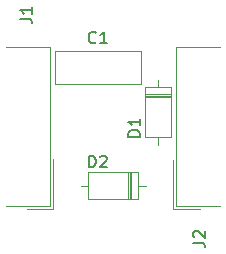
<source format=gto>
G04 #@! TF.GenerationSoftware,KiCad,Pcbnew,8.0.0*
G04 #@! TF.CreationDate,2024-03-08T06:59:15+01:00*
G04 #@! TF.ProjectId,JoyMega3,4a6f794d-6567-4613-932e-6b696361645f,rev?*
G04 #@! TF.SameCoordinates,Original*
G04 #@! TF.FileFunction,Legend,Top*
G04 #@! TF.FilePolarity,Positive*
%FSLAX46Y46*%
G04 Gerber Fmt 4.6, Leading zero omitted, Abs format (unit mm)*
G04 Created by KiCad (PCBNEW 8.0.0) date 2024-03-08 06:59:15*
%MOMM*%
%LPD*%
G01*
G04 APERTURE LIST*
%ADD10C,0.150000*%
%ADD11C,0.120000*%
G04 APERTURE END LIST*
D10*
X120933333Y-73359580D02*
X120885714Y-73407200D01*
X120885714Y-73407200D02*
X120742857Y-73454819D01*
X120742857Y-73454819D02*
X120647619Y-73454819D01*
X120647619Y-73454819D02*
X120504762Y-73407200D01*
X120504762Y-73407200D02*
X120409524Y-73311961D01*
X120409524Y-73311961D02*
X120361905Y-73216723D01*
X120361905Y-73216723D02*
X120314286Y-73026247D01*
X120314286Y-73026247D02*
X120314286Y-72883390D01*
X120314286Y-72883390D02*
X120361905Y-72692914D01*
X120361905Y-72692914D02*
X120409524Y-72597676D01*
X120409524Y-72597676D02*
X120504762Y-72502438D01*
X120504762Y-72502438D02*
X120647619Y-72454819D01*
X120647619Y-72454819D02*
X120742857Y-72454819D01*
X120742857Y-72454819D02*
X120885714Y-72502438D01*
X120885714Y-72502438D02*
X120933333Y-72550057D01*
X121885714Y-73454819D02*
X121314286Y-73454819D01*
X121600000Y-73454819D02*
X121600000Y-72454819D01*
X121600000Y-72454819D02*
X121504762Y-72597676D01*
X121504762Y-72597676D02*
X121409524Y-72692914D01*
X121409524Y-72692914D02*
X121314286Y-72740533D01*
X114517319Y-71370000D02*
X115231604Y-71370000D01*
X115231604Y-71370000D02*
X115374461Y-71417619D01*
X115374461Y-71417619D02*
X115469700Y-71512857D01*
X115469700Y-71512857D02*
X115517319Y-71655714D01*
X115517319Y-71655714D02*
X115517319Y-71750952D01*
X115517319Y-70370000D02*
X115517319Y-70941428D01*
X115517319Y-70655714D02*
X114517319Y-70655714D01*
X114517319Y-70655714D02*
X114660176Y-70750952D01*
X114660176Y-70750952D02*
X114755414Y-70846190D01*
X114755414Y-70846190D02*
X114803033Y-70941428D01*
X120327505Y-83954819D02*
X120327505Y-82954819D01*
X120327505Y-82954819D02*
X120565600Y-82954819D01*
X120565600Y-82954819D02*
X120708457Y-83002438D01*
X120708457Y-83002438D02*
X120803695Y-83097676D01*
X120803695Y-83097676D02*
X120851314Y-83192914D01*
X120851314Y-83192914D02*
X120898933Y-83383390D01*
X120898933Y-83383390D02*
X120898933Y-83526247D01*
X120898933Y-83526247D02*
X120851314Y-83716723D01*
X120851314Y-83716723D02*
X120803695Y-83811961D01*
X120803695Y-83811961D02*
X120708457Y-83907200D01*
X120708457Y-83907200D02*
X120565600Y-83954819D01*
X120565600Y-83954819D02*
X120327505Y-83954819D01*
X121279886Y-83050057D02*
X121327505Y-83002438D01*
X121327505Y-83002438D02*
X121422743Y-82954819D01*
X121422743Y-82954819D02*
X121660838Y-82954819D01*
X121660838Y-82954819D02*
X121756076Y-83002438D01*
X121756076Y-83002438D02*
X121803695Y-83050057D01*
X121803695Y-83050057D02*
X121851314Y-83145295D01*
X121851314Y-83145295D02*
X121851314Y-83240533D01*
X121851314Y-83240533D02*
X121803695Y-83383390D01*
X121803695Y-83383390D02*
X121232267Y-83954819D01*
X121232267Y-83954819D02*
X121851314Y-83954819D01*
X124654819Y-81346894D02*
X123654819Y-81346894D01*
X123654819Y-81346894D02*
X123654819Y-81108799D01*
X123654819Y-81108799D02*
X123702438Y-80965942D01*
X123702438Y-80965942D02*
X123797676Y-80870704D01*
X123797676Y-80870704D02*
X123892914Y-80823085D01*
X123892914Y-80823085D02*
X124083390Y-80775466D01*
X124083390Y-80775466D02*
X124226247Y-80775466D01*
X124226247Y-80775466D02*
X124416723Y-80823085D01*
X124416723Y-80823085D02*
X124511961Y-80870704D01*
X124511961Y-80870704D02*
X124607200Y-80965942D01*
X124607200Y-80965942D02*
X124654819Y-81108799D01*
X124654819Y-81108799D02*
X124654819Y-81346894D01*
X124654819Y-79823085D02*
X124654819Y-80394513D01*
X124654819Y-80108799D02*
X123654819Y-80108799D01*
X123654819Y-80108799D02*
X123797676Y-80204037D01*
X123797676Y-80204037D02*
X123892914Y-80299275D01*
X123892914Y-80299275D02*
X123940533Y-80394513D01*
X129154819Y-90314666D02*
X129869104Y-90314666D01*
X129869104Y-90314666D02*
X130011961Y-90362285D01*
X130011961Y-90362285D02*
X130107200Y-90457523D01*
X130107200Y-90457523D02*
X130154819Y-90600380D01*
X130154819Y-90600380D02*
X130154819Y-90695618D01*
X129250057Y-89886094D02*
X129202438Y-89838475D01*
X129202438Y-89838475D02*
X129154819Y-89743237D01*
X129154819Y-89743237D02*
X129154819Y-89505142D01*
X129154819Y-89505142D02*
X129202438Y-89409904D01*
X129202438Y-89409904D02*
X129250057Y-89362285D01*
X129250057Y-89362285D02*
X129345295Y-89314666D01*
X129345295Y-89314666D02*
X129440533Y-89314666D01*
X129440533Y-89314666D02*
X129583390Y-89362285D01*
X129583390Y-89362285D02*
X130154819Y-89933713D01*
X130154819Y-89933713D02*
X130154819Y-89314666D01*
D11*
X124720000Y-74130000D02*
X124720000Y-76870000D01*
X117480000Y-76870000D02*
X124720000Y-76870000D01*
X117480000Y-74130000D02*
X124720000Y-74130000D01*
X117480000Y-74130000D02*
X117480000Y-76870000D01*
X113322500Y-87223333D02*
X117062500Y-87223333D01*
X115062500Y-87463333D02*
X117302500Y-87463333D01*
X117062500Y-73776667D02*
X113322500Y-73776667D01*
X117062500Y-87223333D02*
X117062500Y-73776667D01*
X117302500Y-87463333D02*
X117302500Y-83270000D01*
X119630000Y-85500000D02*
X120280000Y-85500000D01*
X120280000Y-84380000D02*
X120280000Y-86620000D01*
X120280000Y-86620000D02*
X124520000Y-86620000D01*
X123680000Y-86620000D02*
X123680000Y-84380000D01*
X123800000Y-86620000D02*
X123800000Y-84380000D01*
X123920000Y-86620000D02*
X123920000Y-84380000D01*
X124520000Y-84380000D02*
X120280000Y-84380000D01*
X124520000Y-86620000D02*
X124520000Y-84380000D01*
X125170000Y-85500000D02*
X124520000Y-85500000D01*
X125080000Y-77178800D02*
X125080000Y-81418800D01*
X125080000Y-81418800D02*
X127320000Y-81418800D01*
X126200000Y-76528800D02*
X126200000Y-77178800D01*
X126200000Y-82068800D02*
X126200000Y-81418800D01*
X127320000Y-77178800D02*
X125080000Y-77178800D01*
X127320000Y-77778800D02*
X125080000Y-77778800D01*
X127320000Y-77898800D02*
X125080000Y-77898800D01*
X127320000Y-78018800D02*
X125080000Y-78018800D01*
X127320000Y-81418800D02*
X127320000Y-77178800D01*
X131440000Y-73794667D02*
X127700000Y-73794667D01*
X129700000Y-87481333D02*
X127460000Y-87481333D01*
X127700000Y-87241333D02*
X131440000Y-87241333D01*
X127700000Y-73794667D02*
X127700000Y-87241333D01*
X127460000Y-87481333D02*
X127460000Y-83288000D01*
M02*

</source>
